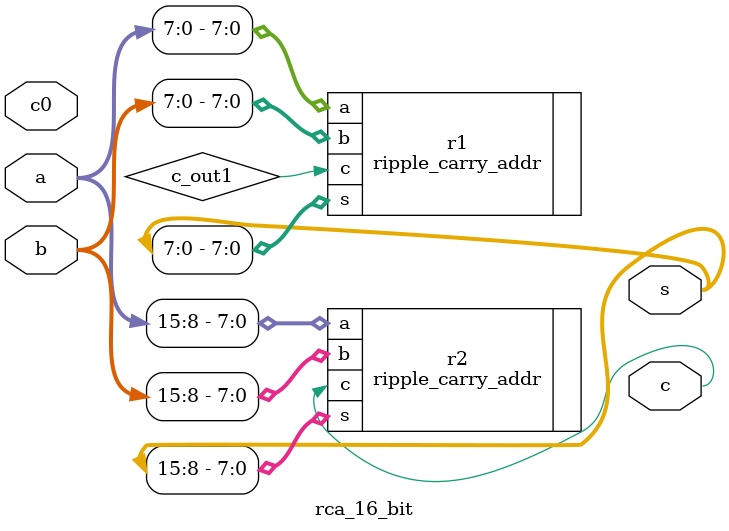
<source format=v>
`timescale 1ns / 1ps

module rca_16_bit(input[15:0] a,input[15:0] b,input c0,output [15:0] s,output c);

wire c_out1;

ripple_carry_addr r1 (.a(a[7:0]) , .b(b[7:0]) , .c(c0) , .s(s[7:0]) , .c(c_out1));

ripple_carry_addr r2 (.a(a[15:8]) , .b(b[15:8]) , .c(c_out1) , .s(s[15:8]) , .c(c)); 

endmodule

</source>
